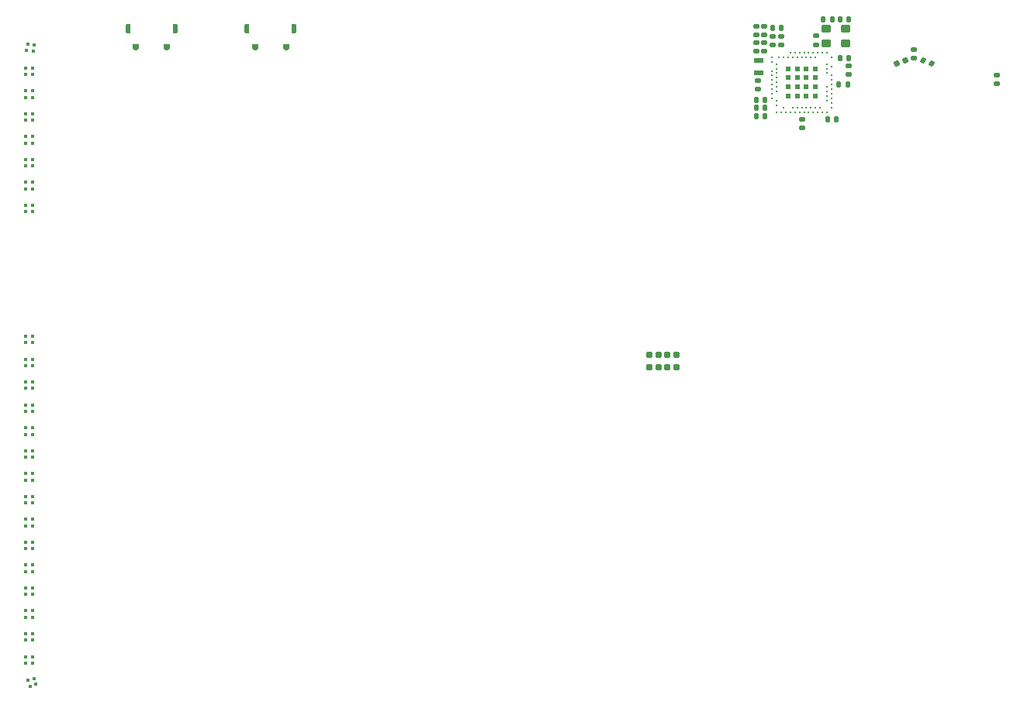
<source format=gtp>
G04 #@! TF.GenerationSoftware,KiCad,Pcbnew,(6.0.11-0)*
G04 #@! TF.CreationDate,2023-02-16T18:47:18+08:00*
G04 #@! TF.ProjectId,Right,52696768-742e-46b6-9963-61645f706362,rev?*
G04 #@! TF.SameCoordinates,Original*
G04 #@! TF.FileFunction,Paste,Top*
G04 #@! TF.FilePolarity,Positive*
%FSLAX46Y46*%
G04 Gerber Fmt 4.6, Leading zero omitted, Abs format (unit mm)*
G04 Created by KiCad (PCBNEW (6.0.11-0)) date 2023-02-16 18:47:18*
%MOMM*%
%LPD*%
G01*
G04 APERTURE LIST*
G04 Aperture macros list*
%AMRoundRect*
0 Rectangle with rounded corners*
0 $1 Rounding radius*
0 $2 $3 $4 $5 $6 $7 $8 $9 X,Y pos of 4 corners*
0 Add a 4 corners polygon primitive as box body*
4,1,4,$2,$3,$4,$5,$6,$7,$8,$9,$2,$3,0*
0 Add four circle primitives for the rounded corners*
1,1,$1+$1,$2,$3*
1,1,$1+$1,$4,$5*
1,1,$1+$1,$6,$7*
1,1,$1+$1,$8,$9*
0 Add four rect primitives between the rounded corners*
20,1,$1+$1,$2,$3,$4,$5,0*
20,1,$1+$1,$4,$5,$6,$7,0*
20,1,$1+$1,$6,$7,$8,$9,0*
20,1,$1+$1,$8,$9,$2,$3,0*%
%AMFreePoly0*
4,1,13,-0.250000,0.375000,-0.240485,0.422835,-0.213388,0.463388,-0.172835,0.490485,-0.125000,0.500000,0.250000,0.500000,0.250000,-0.500000,-0.125000,-0.500000,-0.172835,-0.490485,-0.213388,-0.463388,-0.240485,-0.422835,-0.250000,-0.375000,-0.250000,0.375000,-0.250000,0.375000,$1*%
%AMFreePoly1*
4,1,13,-0.300000,0.150000,-0.288582,0.207403,-0.256066,0.256066,-0.207403,0.288582,-0.150000,0.300000,0.300000,0.300000,0.300000,-0.300000,-0.150000,-0.300000,-0.207403,-0.288582,-0.256066,-0.256066,-0.288582,-0.207403,-0.300000,-0.150000,-0.300000,0.150000,-0.300000,0.150000,$1*%
G04 Aperture macros list end*
%ADD10RoundRect,0.087500X-0.087500X-0.087500X0.087500X-0.087500X0.087500X0.087500X-0.087500X0.087500X0*%
%ADD11RoundRect,0.140000X-0.170000X0.140000X-0.170000X-0.140000X0.170000X-0.140000X0.170000X0.140000X0*%
%ADD12FreePoly0,180.000000*%
%ADD13FreePoly1,90.000000*%
%ADD14FreePoly0,0.000000*%
%ADD15RoundRect,0.135000X-0.194472X-0.120957X0.055868X-0.222101X0.194472X0.120957X-0.055868X0.222101X0*%
%ADD16RoundRect,0.147500X-0.147500X-0.172500X0.147500X-0.172500X0.147500X0.172500X-0.147500X0.172500X0*%
%ADD17RoundRect,0.140000X-0.140000X-0.170000X0.140000X-0.170000X0.140000X0.170000X-0.140000X0.170000X0*%
%ADD18RoundRect,0.090000X-0.270000X0.210000X-0.270000X-0.210000X0.270000X-0.210000X0.270000X0.210000X0*%
%ADD19RoundRect,0.087500X-0.101365X-0.070976X0.070976X-0.101365X0.101365X0.070976X-0.070976X0.101365X0*%
%ADD20RoundRect,0.140000X0.170000X-0.140000X0.170000X0.140000X-0.170000X0.140000X-0.170000X-0.140000X0*%
%ADD21RoundRect,0.086250X0.201250X0.201250X-0.201250X0.201250X-0.201250X-0.201250X0.201250X-0.201250X0*%
%ADD22C,0.250000*%
%ADD23RoundRect,0.140000X0.140000X0.170000X-0.140000X0.170000X-0.140000X-0.170000X0.140000X-0.170000X0*%
%ADD24RoundRect,0.087500X-0.056178X-0.110256X0.110256X-0.056178X0.056178X0.110256X-0.110256X0.056178X0*%
%ADD25RoundRect,0.147500X-0.172500X0.147500X-0.172500X-0.147500X0.172500X-0.147500X0.172500X0.147500X0*%
%ADD26RoundRect,0.150000X0.350000X0.300000X-0.350000X0.300000X-0.350000X-0.300000X0.350000X-0.300000X0*%
%ADD27RoundRect,0.147500X-0.072140X-0.215194X0.201379X-0.104685X0.072140X0.215194X-0.201379X0.104685X0*%
%ADD28R,1.100000X0.600000*%
G04 APERTURE END LIST*
D10*
X56537784Y-116750411D03*
X57237784Y-116750411D03*
X56537784Y-117450411D03*
X57237784Y-117450411D03*
D11*
X138040000Y-48940000D03*
X138040000Y-49900000D03*
D12*
X72797208Y-48104296D03*
D13*
X68552208Y-50154296D03*
X71902208Y-50154296D03*
D14*
X67657208Y-48104296D03*
D10*
X56537784Y-84250411D03*
X57237784Y-84250411D03*
X56537784Y-84950411D03*
X57237784Y-84950411D03*
D11*
X162480002Y-53170000D03*
X162480002Y-54130000D03*
D15*
X154436261Y-51556692D03*
X155381989Y-51938790D03*
D11*
X136260000Y-47870000D03*
X136260000Y-48830000D03*
D16*
X137995000Y-48070000D03*
X138965000Y-48070000D03*
D11*
X136400000Y-53800000D03*
X136400000Y-54760000D03*
X137130000Y-47870000D03*
X137130000Y-48830000D03*
D10*
X56537784Y-52431211D03*
X57237784Y-52431211D03*
X56537784Y-53131211D03*
X57237784Y-53131211D03*
X56537784Y-54931211D03*
X57237784Y-54931211D03*
X56537784Y-55631211D03*
X57237784Y-55631211D03*
X56537784Y-64931211D03*
X57237784Y-64931211D03*
X56537784Y-65631211D03*
X57237784Y-65631211D03*
X56537784Y-106750411D03*
X57237784Y-106750411D03*
X56537784Y-107450411D03*
X57237784Y-107450411D03*
D17*
X136210000Y-56790000D03*
X137170000Y-56790000D03*
D10*
X56537784Y-99250411D03*
X57237784Y-99250411D03*
X56537784Y-99950411D03*
X57237784Y-99950411D03*
X56537784Y-114250411D03*
X57237784Y-114250411D03*
X56537784Y-114950411D03*
X57237784Y-114950411D03*
D18*
X127503756Y-85155002D03*
X126533756Y-85155002D03*
X125563756Y-85155002D03*
X124593756Y-85155002D03*
X124593756Y-83755002D03*
X125563756Y-83755002D03*
X126533756Y-83755002D03*
X127503756Y-83755002D03*
D17*
X136210000Y-57680000D03*
X137170000Y-57680000D03*
D10*
X56537784Y-89250411D03*
X57237784Y-89250411D03*
X56537784Y-89950411D03*
X57237784Y-89950411D03*
D19*
X56737978Y-49792251D03*
X57427344Y-49913805D03*
X56616424Y-50481617D03*
X57305790Y-50603171D03*
D20*
X136260000Y-50610000D03*
X136260000Y-49650000D03*
D11*
X142771402Y-48922257D03*
X142771402Y-49882257D03*
D17*
X145371402Y-47082257D03*
X146331402Y-47082257D03*
D10*
X56537784Y-62431211D03*
X57237784Y-62431211D03*
X56537784Y-63131211D03*
X57237784Y-63131211D03*
D12*
X85797208Y-48104296D03*
D13*
X81552208Y-50154296D03*
X84902208Y-50154296D03*
D14*
X80657208Y-48104296D03*
D17*
X145360000Y-51300000D03*
X146320000Y-51300000D03*
X143571402Y-47082257D03*
X144531402Y-47082257D03*
D21*
X142710000Y-55490888D03*
X140710000Y-55490888D03*
X139710000Y-52490888D03*
X141710000Y-53490888D03*
X139710000Y-54490888D03*
X141710000Y-55490888D03*
X140710000Y-53490888D03*
X141710000Y-54490888D03*
X142710000Y-54490888D03*
X140710000Y-52490888D03*
X139710000Y-53490888D03*
X140710000Y-54490888D03*
X139710000Y-55490888D03*
X142710000Y-53490888D03*
X141710000Y-52490888D03*
X142710000Y-52490888D03*
D22*
X139960000Y-50740888D03*
X140460000Y-50740888D03*
X140960000Y-50740888D03*
X141460000Y-50740888D03*
X141960000Y-50740888D03*
X142460000Y-50740888D03*
X142960000Y-50740888D03*
X143460000Y-50740888D03*
X143960000Y-50740888D03*
X144460000Y-56240888D03*
X138460000Y-56490888D03*
X139210000Y-56740888D03*
X140210000Y-56740888D03*
X140710000Y-56740888D03*
X141210000Y-56740888D03*
X141710000Y-56740888D03*
X142210000Y-56740888D03*
X142710000Y-56740888D03*
X143210000Y-56740888D03*
X144460000Y-56740888D03*
X138460000Y-57240888D03*
X138960000Y-57240888D03*
X139460000Y-57240888D03*
X139960000Y-57240888D03*
X140460000Y-57240888D03*
X140960000Y-57240888D03*
X141460000Y-57240888D03*
X141960000Y-57240888D03*
X142460000Y-57240888D03*
X142960000Y-57240888D03*
X143460000Y-57240888D03*
X143960000Y-57240888D03*
X137960000Y-51240888D03*
X138710000Y-51240888D03*
X139210000Y-51240888D03*
X139710000Y-51240888D03*
X140210000Y-51240888D03*
X140710000Y-51240888D03*
X141210000Y-51240888D03*
X141710000Y-51240888D03*
X142210000Y-51240888D03*
X142710000Y-51240888D03*
X144460000Y-51240888D03*
X137960000Y-51740888D03*
X138460000Y-51990888D03*
X143960000Y-51990888D03*
X144460000Y-52240888D03*
X138460000Y-52490888D03*
X143960000Y-52490888D03*
X137960000Y-52740888D03*
X138460000Y-52990888D03*
X143960000Y-52990888D03*
X137960000Y-53240888D03*
X144460000Y-53240888D03*
X138460000Y-53490888D03*
X137960000Y-53740888D03*
X144460000Y-53740888D03*
X138460000Y-53990888D03*
X137960000Y-54240888D03*
X144460000Y-54240888D03*
X138460000Y-54490888D03*
X143960000Y-54490888D03*
X137960000Y-54740888D03*
X144460000Y-54740888D03*
X138460000Y-54990888D03*
X143960000Y-54990888D03*
X137960000Y-55240888D03*
X144460000Y-55240888D03*
X143960000Y-55490888D03*
X137960000Y-55740888D03*
X144460000Y-55740888D03*
X138460000Y-55990888D03*
X143960000Y-55990888D03*
D23*
X146200000Y-54260000D03*
X145240000Y-54260000D03*
D10*
X56537784Y-94250411D03*
X57237784Y-94250411D03*
X56537784Y-94950411D03*
X57237784Y-94950411D03*
D11*
X146300000Y-52170000D03*
X146300000Y-53130000D03*
D17*
X136210000Y-55900000D03*
X137170000Y-55900000D03*
D20*
X141275000Y-58955000D03*
X141275000Y-57995000D03*
D10*
X56537784Y-101750411D03*
X57237784Y-101750411D03*
X56537784Y-102450411D03*
X57237784Y-102450411D03*
D11*
X137130000Y-49650000D03*
X137130000Y-50610000D03*
D10*
X56537784Y-86750411D03*
X57237784Y-86750411D03*
X56537784Y-87450411D03*
X57237784Y-87450411D03*
D24*
X56750258Y-119338997D03*
X57415998Y-119122685D03*
X56966570Y-120004737D03*
X57632310Y-119788425D03*
D10*
X56537784Y-96750411D03*
X57237784Y-96750411D03*
X56537784Y-97450411D03*
X57237784Y-97450411D03*
D25*
X138920000Y-48930000D03*
X138920000Y-49900000D03*
D10*
X56537784Y-111750411D03*
X57237784Y-111750411D03*
X56537784Y-112450411D03*
X57237784Y-112450411D03*
D23*
X144990000Y-58040000D03*
X144030000Y-58040000D03*
D26*
X146030000Y-48140000D03*
X143830000Y-48140000D03*
X143830000Y-49740000D03*
X146030000Y-49740000D03*
D10*
X56537784Y-59931211D03*
X57237784Y-59931211D03*
X56537784Y-60631211D03*
X57237784Y-60631211D03*
X56537784Y-104250411D03*
X57237784Y-104250411D03*
X56537784Y-104950411D03*
X57237784Y-104950411D03*
X56537784Y-81750411D03*
X57237784Y-81750411D03*
X56537784Y-82450411D03*
X57237784Y-82450411D03*
X56537784Y-57431211D03*
X57237784Y-57431211D03*
X56537784Y-58131211D03*
X57237784Y-58131211D03*
X56537784Y-91750411D03*
X57237784Y-91750411D03*
X56537784Y-92450411D03*
X57237784Y-92450411D03*
D27*
X151589441Y-51919425D03*
X152488809Y-51556057D03*
D28*
X136525000Y-51570000D03*
X136525000Y-52970000D03*
D11*
X153459125Y-50387741D03*
X153459125Y-51347741D03*
D10*
X56537784Y-109250411D03*
X57237784Y-109250411D03*
X56537784Y-109950411D03*
X57237784Y-109950411D03*
X56537784Y-67431211D03*
X57237784Y-67431211D03*
X56537784Y-68131211D03*
X57237784Y-68131211D03*
M02*

</source>
